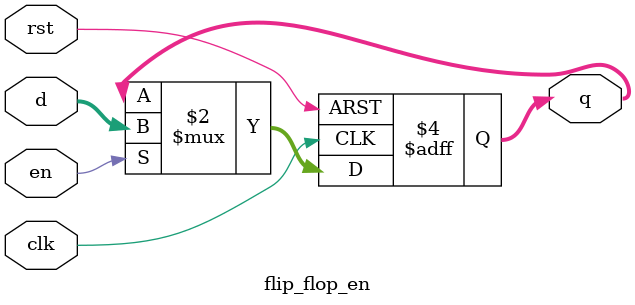
<source format=v>
module flip_flop_en #(parameter n = 32) (
input wire clk,
input wire rst,
input wire en,
input wire [n-1:0] d,
output reg [n-1:0] q
);

always@(posedge clk or posedge rst)
begin
  if(rst)
    begin
      q <= 0 ;
    end
  else if(en)
    begin
      q <= d ; 
    end
end

endmodule

</source>
